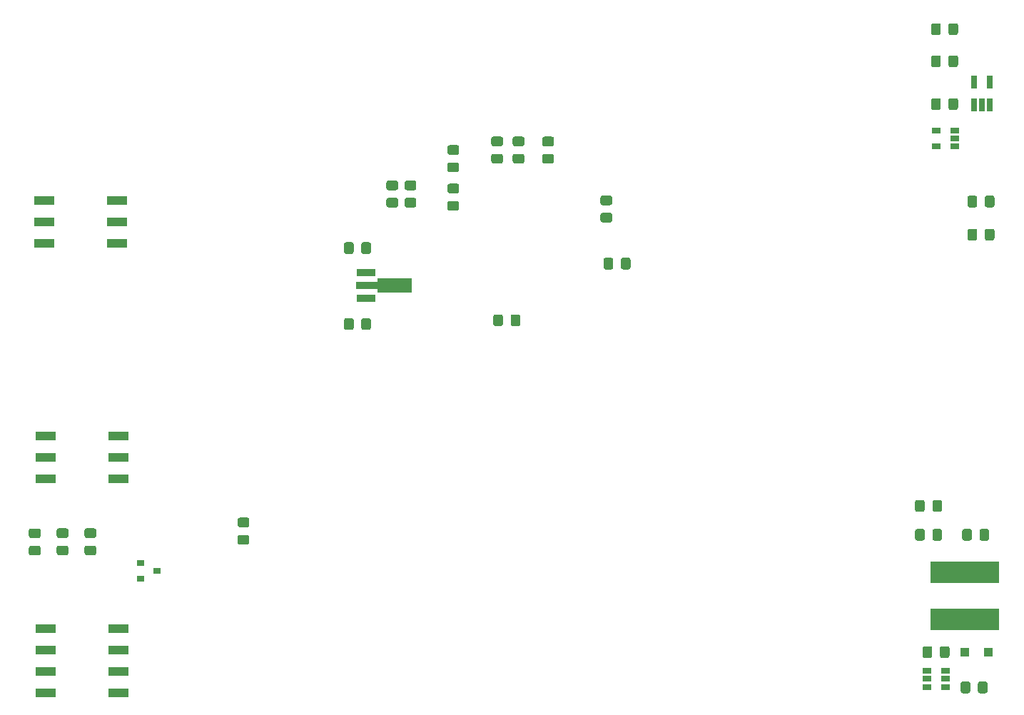
<source format=gbr>
G04 #@! TF.GenerationSoftware,KiCad,Pcbnew,5.1.6-c6e7f7d~86~ubuntu18.04.1*
G04 #@! TF.CreationDate,2020-07-20T00:11:47+01:00*
G04 #@! TF.ProjectId,ServerPSU_Breakout,53657276-6572-4505-9355-5f427265616b,rev?*
G04 #@! TF.SameCoordinates,Original*
G04 #@! TF.FileFunction,Paste,Top*
G04 #@! TF.FilePolarity,Positive*
%FSLAX46Y46*%
G04 Gerber Fmt 4.6, Leading zero omitted, Abs format (unit mm)*
G04 Created by KiCad (PCBNEW 5.1.6-c6e7f7d~86~ubuntu18.04.1) date 2020-07-20 00:11:47*
%MOMM*%
%LPD*%
G01*
G04 APERTURE LIST*
%ADD10R,2.440000X1.120000*%
%ADD11R,1.060000X0.650000*%
%ADD12R,8.200000X2.600000*%
%ADD13R,1.100000X1.100000*%
%ADD14C,0.100000*%
%ADD15R,2.300000X0.900000*%
%ADD16R,0.650000X1.560000*%
%ADD17R,0.900000X0.800000*%
G04 APERTURE END LIST*
D10*
X115049000Y-97409000D03*
X106439000Y-102489000D03*
X115049000Y-99949000D03*
X106439000Y-99949000D03*
X115049000Y-102489000D03*
X106439000Y-97409000D03*
X114922000Y-69469000D03*
X106312000Y-74549000D03*
X114922000Y-72009000D03*
X106312000Y-72009000D03*
X114922000Y-74549000D03*
X106312000Y-69469000D03*
X106439000Y-127889000D03*
X115049000Y-120269000D03*
X106439000Y-125349000D03*
X115049000Y-122809000D03*
X106439000Y-122809000D03*
X115049000Y-125349000D03*
X106439000Y-120269000D03*
X115049000Y-127889000D03*
G36*
G01*
X130371001Y-108262000D02*
X129470999Y-108262000D01*
G75*
G02*
X129221000Y-108012001I0J249999D01*
G01*
X129221000Y-107361999D01*
G75*
G02*
X129470999Y-107112000I249999J0D01*
G01*
X130371001Y-107112000D01*
G75*
G02*
X130621000Y-107361999I0J-249999D01*
G01*
X130621000Y-108012001D01*
G75*
G02*
X130371001Y-108262000I-249999J0D01*
G01*
G37*
G36*
G01*
X130371001Y-110312000D02*
X129470999Y-110312000D01*
G75*
G02*
X129221000Y-110062001I0J249999D01*
G01*
X129221000Y-109411999D01*
G75*
G02*
X129470999Y-109162000I249999J0D01*
G01*
X130371001Y-109162000D01*
G75*
G02*
X130621000Y-109411999I0J-249999D01*
G01*
X130621000Y-110062001D01*
G75*
G02*
X130371001Y-110312000I-249999J0D01*
G01*
G37*
D11*
X213240800Y-126238000D03*
X213240800Y-125288000D03*
X213240800Y-127188000D03*
X211040800Y-127188000D03*
X211040800Y-126238000D03*
X211040800Y-125288000D03*
G36*
G01*
X210751000Y-105264799D02*
X210751000Y-106164801D01*
G75*
G02*
X210501001Y-106414800I-249999J0D01*
G01*
X209850999Y-106414800D01*
G75*
G02*
X209601000Y-106164801I0J249999D01*
G01*
X209601000Y-105264799D01*
G75*
G02*
X209850999Y-105014800I249999J0D01*
G01*
X210501001Y-105014800D01*
G75*
G02*
X210751000Y-105264799I0J-249999D01*
G01*
G37*
G36*
G01*
X212801000Y-105264799D02*
X212801000Y-106164801D01*
G75*
G02*
X212551001Y-106414800I-249999J0D01*
G01*
X211900999Y-106414800D01*
G75*
G02*
X211651000Y-106164801I0J249999D01*
G01*
X211651000Y-105264799D01*
G75*
G02*
X211900999Y-105014800I249999J0D01*
G01*
X212551001Y-105014800D01*
G75*
G02*
X212801000Y-105264799I0J-249999D01*
G01*
G37*
G36*
G01*
X211651000Y-109593801D02*
X211651000Y-108693799D01*
G75*
G02*
X211900999Y-108443800I249999J0D01*
G01*
X212551001Y-108443800D01*
G75*
G02*
X212801000Y-108693799I0J-249999D01*
G01*
X212801000Y-109593801D01*
G75*
G02*
X212551001Y-109843800I-249999J0D01*
G01*
X211900999Y-109843800D01*
G75*
G02*
X211651000Y-109593801I0J249999D01*
G01*
G37*
G36*
G01*
X209601000Y-109593801D02*
X209601000Y-108693799D01*
G75*
G02*
X209850999Y-108443800I249999J0D01*
G01*
X210501001Y-108443800D01*
G75*
G02*
X210751000Y-108693799I0J-249999D01*
G01*
X210751000Y-109593801D01*
G75*
G02*
X210501001Y-109843800I-249999J0D01*
G01*
X209850999Y-109843800D01*
G75*
G02*
X209601000Y-109593801I0J249999D01*
G01*
G37*
G36*
G01*
X104705999Y-110441000D02*
X105606001Y-110441000D01*
G75*
G02*
X105856000Y-110690999I0J-249999D01*
G01*
X105856000Y-111341001D01*
G75*
G02*
X105606001Y-111591000I-249999J0D01*
G01*
X104705999Y-111591000D01*
G75*
G02*
X104456000Y-111341001I0J249999D01*
G01*
X104456000Y-110690999D01*
G75*
G02*
X104705999Y-110441000I249999J0D01*
G01*
G37*
G36*
G01*
X104705999Y-108391000D02*
X105606001Y-108391000D01*
G75*
G02*
X105856000Y-108640999I0J-249999D01*
G01*
X105856000Y-109291001D01*
G75*
G02*
X105606001Y-109541000I-249999J0D01*
G01*
X104705999Y-109541000D01*
G75*
G02*
X104456000Y-109291001I0J249999D01*
G01*
X104456000Y-108640999D01*
G75*
G02*
X104705999Y-108391000I249999J0D01*
G01*
G37*
G36*
G01*
X108007999Y-110432000D02*
X108908001Y-110432000D01*
G75*
G02*
X109158000Y-110681999I0J-249999D01*
G01*
X109158000Y-111332001D01*
G75*
G02*
X108908001Y-111582000I-249999J0D01*
G01*
X108007999Y-111582000D01*
G75*
G02*
X107758000Y-111332001I0J249999D01*
G01*
X107758000Y-110681999D01*
G75*
G02*
X108007999Y-110432000I249999J0D01*
G01*
G37*
G36*
G01*
X108007999Y-108382000D02*
X108908001Y-108382000D01*
G75*
G02*
X109158000Y-108631999I0J-249999D01*
G01*
X109158000Y-109282001D01*
G75*
G02*
X108908001Y-109532000I-249999J0D01*
G01*
X108007999Y-109532000D01*
G75*
G02*
X107758000Y-109282001I0J249999D01*
G01*
X107758000Y-108631999D01*
G75*
G02*
X108007999Y-108382000I249999J0D01*
G01*
G37*
G36*
G01*
X111309999Y-110432000D02*
X112210001Y-110432000D01*
G75*
G02*
X112460000Y-110681999I0J-249999D01*
G01*
X112460000Y-111332001D01*
G75*
G02*
X112210001Y-111582000I-249999J0D01*
G01*
X111309999Y-111582000D01*
G75*
G02*
X111060000Y-111332001I0J249999D01*
G01*
X111060000Y-110681999D01*
G75*
G02*
X111309999Y-110432000I249999J0D01*
G01*
G37*
G36*
G01*
X111309999Y-108382000D02*
X112210001Y-108382000D01*
G75*
G02*
X112460000Y-108631999I0J-249999D01*
G01*
X112460000Y-109282001D01*
G75*
G02*
X112210001Y-109532000I-249999J0D01*
G01*
X111309999Y-109532000D01*
G75*
G02*
X111060000Y-109282001I0J249999D01*
G01*
X111060000Y-108631999D01*
G75*
G02*
X111309999Y-108382000I249999J0D01*
G01*
G37*
D12*
X215519000Y-113582800D03*
X215519000Y-119182800D03*
D13*
X218316000Y-123113800D03*
X215516000Y-123113800D03*
G36*
G01*
X216339000Y-108693799D02*
X216339000Y-109593801D01*
G75*
G02*
X216089001Y-109843800I-249999J0D01*
G01*
X215438999Y-109843800D01*
G75*
G02*
X215189000Y-109593801I0J249999D01*
G01*
X215189000Y-108693799D01*
G75*
G02*
X215438999Y-108443800I249999J0D01*
G01*
X216089001Y-108443800D01*
G75*
G02*
X216339000Y-108693799I0J-249999D01*
G01*
G37*
G36*
G01*
X218389000Y-108693799D02*
X218389000Y-109593801D01*
G75*
G02*
X218139001Y-109843800I-249999J0D01*
G01*
X217488999Y-109843800D01*
G75*
G02*
X217239000Y-109593801I0J249999D01*
G01*
X217239000Y-108693799D01*
G75*
G02*
X217488999Y-108443800I249999J0D01*
G01*
X218139001Y-108443800D01*
G75*
G02*
X218389000Y-108693799I0J-249999D01*
G01*
G37*
G36*
G01*
X211640000Y-122612999D02*
X211640000Y-123513001D01*
G75*
G02*
X211390001Y-123763000I-249999J0D01*
G01*
X210739999Y-123763000D01*
G75*
G02*
X210490000Y-123513001I0J249999D01*
G01*
X210490000Y-122612999D01*
G75*
G02*
X210739999Y-122363000I249999J0D01*
G01*
X211390001Y-122363000D01*
G75*
G02*
X211640000Y-122612999I0J-249999D01*
G01*
G37*
G36*
G01*
X213690000Y-122612999D02*
X213690000Y-123513001D01*
G75*
G02*
X213440001Y-123763000I-249999J0D01*
G01*
X212789999Y-123763000D01*
G75*
G02*
X212540000Y-123513001I0J249999D01*
G01*
X212540000Y-122612999D01*
G75*
G02*
X212789999Y-122363000I249999J0D01*
G01*
X213440001Y-122363000D01*
G75*
G02*
X213690000Y-122612999I0J-249999D01*
G01*
G37*
G36*
G01*
X217061200Y-127704001D02*
X217061200Y-126803999D01*
G75*
G02*
X217311199Y-126554000I249999J0D01*
G01*
X217961201Y-126554000D01*
G75*
G02*
X218211200Y-126803999I0J-249999D01*
G01*
X218211200Y-127704001D01*
G75*
G02*
X217961201Y-127954000I-249999J0D01*
G01*
X217311199Y-127954000D01*
G75*
G02*
X217061200Y-127704001I0J249999D01*
G01*
G37*
G36*
G01*
X215011200Y-127704001D02*
X215011200Y-126803999D01*
G75*
G02*
X215261199Y-126554000I249999J0D01*
G01*
X215911201Y-126554000D01*
G75*
G02*
X216161200Y-126803999I0J-249999D01*
G01*
X216161200Y-127704001D01*
G75*
G02*
X215911201Y-127954000I-249999J0D01*
G01*
X215261199Y-127954000D01*
G75*
G02*
X215011200Y-127704001I0J249999D01*
G01*
G37*
D14*
G36*
X149921500Y-80432000D02*
G01*
X145796500Y-80432000D01*
X145796500Y-80015500D01*
X143321500Y-80015500D01*
X143321500Y-79115500D01*
X145796500Y-79115500D01*
X145796500Y-78699000D01*
X149921500Y-78699000D01*
X149921500Y-80432000D01*
G37*
D15*
X144471500Y-81065500D03*
X144471500Y-78065500D03*
D11*
X212133000Y-63053000D03*
X212133000Y-61153000D03*
X214333000Y-61153000D03*
X214333000Y-62103000D03*
X214333000Y-63053000D03*
D16*
X216601000Y-55419000D03*
X218501000Y-55419000D03*
X218501000Y-58119000D03*
X217551000Y-58119000D03*
X216601000Y-58119000D03*
G36*
G01*
X213556000Y-49599001D02*
X213556000Y-48698999D01*
G75*
G02*
X213805999Y-48449000I249999J0D01*
G01*
X214456001Y-48449000D01*
G75*
G02*
X214706000Y-48698999I0J-249999D01*
G01*
X214706000Y-49599001D01*
G75*
G02*
X214456001Y-49849000I-249999J0D01*
G01*
X213805999Y-49849000D01*
G75*
G02*
X213556000Y-49599001I0J249999D01*
G01*
G37*
G36*
G01*
X211506000Y-49599001D02*
X211506000Y-48698999D01*
G75*
G02*
X211755999Y-48449000I249999J0D01*
G01*
X212406001Y-48449000D01*
G75*
G02*
X212656000Y-48698999I0J-249999D01*
G01*
X212656000Y-49599001D01*
G75*
G02*
X212406001Y-49849000I-249999J0D01*
G01*
X211755999Y-49849000D01*
G75*
G02*
X211506000Y-49599001I0J249999D01*
G01*
G37*
G36*
G01*
X216974000Y-69145999D02*
X216974000Y-70046001D01*
G75*
G02*
X216724001Y-70296000I-249999J0D01*
G01*
X216073999Y-70296000D01*
G75*
G02*
X215824000Y-70046001I0J249999D01*
G01*
X215824000Y-69145999D01*
G75*
G02*
X216073999Y-68896000I249999J0D01*
G01*
X216724001Y-68896000D01*
G75*
G02*
X216974000Y-69145999I0J-249999D01*
G01*
G37*
G36*
G01*
X219024000Y-69145999D02*
X219024000Y-70046001D01*
G75*
G02*
X218774001Y-70296000I-249999J0D01*
G01*
X218123999Y-70296000D01*
G75*
G02*
X217874000Y-70046001I0J249999D01*
G01*
X217874000Y-69145999D01*
G75*
G02*
X218123999Y-68896000I249999J0D01*
G01*
X218774001Y-68896000D01*
G75*
G02*
X219024000Y-69145999I0J-249999D01*
G01*
G37*
G36*
G01*
X217874000Y-73983001D02*
X217874000Y-73082999D01*
G75*
G02*
X218123999Y-72833000I249999J0D01*
G01*
X218774001Y-72833000D01*
G75*
G02*
X219024000Y-73082999I0J-249999D01*
G01*
X219024000Y-73983001D01*
G75*
G02*
X218774001Y-74233000I-249999J0D01*
G01*
X218123999Y-74233000D01*
G75*
G02*
X217874000Y-73983001I0J249999D01*
G01*
G37*
G36*
G01*
X215824000Y-73983001D02*
X215824000Y-73082999D01*
G75*
G02*
X216073999Y-72833000I249999J0D01*
G01*
X216724001Y-72833000D01*
G75*
G02*
X216974000Y-73082999I0J-249999D01*
G01*
X216974000Y-73983001D01*
G75*
G02*
X216724001Y-74233000I-249999J0D01*
G01*
X216073999Y-74233000D01*
G75*
G02*
X215824000Y-73983001I0J249999D01*
G01*
G37*
G36*
G01*
X212656000Y-57588999D02*
X212656000Y-58489001D01*
G75*
G02*
X212406001Y-58739000I-249999J0D01*
G01*
X211755999Y-58739000D01*
G75*
G02*
X211506000Y-58489001I0J249999D01*
G01*
X211506000Y-57588999D01*
G75*
G02*
X211755999Y-57339000I249999J0D01*
G01*
X212406001Y-57339000D01*
G75*
G02*
X212656000Y-57588999I0J-249999D01*
G01*
G37*
G36*
G01*
X214706000Y-57588999D02*
X214706000Y-58489001D01*
G75*
G02*
X214456001Y-58739000I-249999J0D01*
G01*
X213805999Y-58739000D01*
G75*
G02*
X213556000Y-58489001I0J249999D01*
G01*
X213556000Y-57588999D01*
G75*
G02*
X213805999Y-57339000I249999J0D01*
G01*
X214456001Y-57339000D01*
G75*
G02*
X214706000Y-57588999I0J-249999D01*
G01*
G37*
G36*
G01*
X143896500Y-75570501D02*
X143896500Y-74670499D01*
G75*
G02*
X144146499Y-74420500I249999J0D01*
G01*
X144796501Y-74420500D01*
G75*
G02*
X145046500Y-74670499I0J-249999D01*
G01*
X145046500Y-75570501D01*
G75*
G02*
X144796501Y-75820500I-249999J0D01*
G01*
X144146499Y-75820500D01*
G75*
G02*
X143896500Y-75570501I0J249999D01*
G01*
G37*
G36*
G01*
X141846500Y-75570501D02*
X141846500Y-74670499D01*
G75*
G02*
X142096499Y-74420500I249999J0D01*
G01*
X142746501Y-74420500D01*
G75*
G02*
X142996500Y-74670499I0J-249999D01*
G01*
X142996500Y-75570501D01*
G75*
G02*
X142746501Y-75820500I-249999J0D01*
G01*
X142096499Y-75820500D01*
G75*
G02*
X141846500Y-75570501I0J249999D01*
G01*
G37*
G36*
G01*
X142996500Y-83687499D02*
X142996500Y-84587501D01*
G75*
G02*
X142746501Y-84837500I-249999J0D01*
G01*
X142096499Y-84837500D01*
G75*
G02*
X141846500Y-84587501I0J249999D01*
G01*
X141846500Y-83687499D01*
G75*
G02*
X142096499Y-83437500I249999J0D01*
G01*
X142746501Y-83437500D01*
G75*
G02*
X142996500Y-83687499I0J-249999D01*
G01*
G37*
G36*
G01*
X145046500Y-83687499D02*
X145046500Y-84587501D01*
G75*
G02*
X144796501Y-84837500I-249999J0D01*
G01*
X144146499Y-84837500D01*
G75*
G02*
X143896500Y-84587501I0J249999D01*
G01*
X143896500Y-83687499D01*
G75*
G02*
X144146499Y-83437500I249999J0D01*
G01*
X144796501Y-83437500D01*
G75*
G02*
X145046500Y-83687499I0J-249999D01*
G01*
G37*
G36*
G01*
X213556000Y-53409001D02*
X213556000Y-52508999D01*
G75*
G02*
X213805999Y-52259000I249999J0D01*
G01*
X214456001Y-52259000D01*
G75*
G02*
X214706000Y-52508999I0J-249999D01*
G01*
X214706000Y-53409001D01*
G75*
G02*
X214456001Y-53659000I-249999J0D01*
G01*
X213805999Y-53659000D01*
G75*
G02*
X213556000Y-53409001I0J249999D01*
G01*
G37*
G36*
G01*
X211506000Y-53409001D02*
X211506000Y-52508999D01*
G75*
G02*
X211755999Y-52259000I249999J0D01*
G01*
X212406001Y-52259000D01*
G75*
G02*
X212656000Y-52508999I0J-249999D01*
G01*
X212656000Y-53409001D01*
G75*
G02*
X212406001Y-53659000I-249999J0D01*
G01*
X211755999Y-53659000D01*
G75*
G02*
X211506000Y-53409001I0J249999D01*
G01*
G37*
G36*
G01*
X173794000Y-76511999D02*
X173794000Y-77412001D01*
G75*
G02*
X173544001Y-77662000I-249999J0D01*
G01*
X172893999Y-77662000D01*
G75*
G02*
X172644000Y-77412001I0J249999D01*
G01*
X172644000Y-76511999D01*
G75*
G02*
X172893999Y-76262000I249999J0D01*
G01*
X173544001Y-76262000D01*
G75*
G02*
X173794000Y-76511999I0J-249999D01*
G01*
G37*
G36*
G01*
X175844000Y-76511999D02*
X175844000Y-77412001D01*
G75*
G02*
X175594001Y-77662000I-249999J0D01*
G01*
X174943999Y-77662000D01*
G75*
G02*
X174694000Y-77412001I0J249999D01*
G01*
X174694000Y-76511999D01*
G75*
G02*
X174943999Y-76262000I249999J0D01*
G01*
X175594001Y-76262000D01*
G75*
G02*
X175844000Y-76511999I0J-249999D01*
G01*
G37*
D17*
X119681500Y-113411000D03*
X117681500Y-114361000D03*
X117681500Y-112461000D03*
G36*
G01*
X155263001Y-68638000D02*
X154362999Y-68638000D01*
G75*
G02*
X154113000Y-68388001I0J249999D01*
G01*
X154113000Y-67737999D01*
G75*
G02*
X154362999Y-67488000I249999J0D01*
G01*
X155263001Y-67488000D01*
G75*
G02*
X155513000Y-67737999I0J-249999D01*
G01*
X155513000Y-68388001D01*
G75*
G02*
X155263001Y-68638000I-249999J0D01*
G01*
G37*
G36*
G01*
X155263001Y-70688000D02*
X154362999Y-70688000D01*
G75*
G02*
X154113000Y-70438001I0J249999D01*
G01*
X154113000Y-69787999D01*
G75*
G02*
X154362999Y-69538000I249999J0D01*
G01*
X155263001Y-69538000D01*
G75*
G02*
X155513000Y-69787999I0J-249999D01*
G01*
X155513000Y-70438001D01*
G75*
G02*
X155263001Y-70688000I-249999J0D01*
G01*
G37*
G36*
G01*
X147123999Y-69157000D02*
X148024001Y-69157000D01*
G75*
G02*
X148274000Y-69406999I0J-249999D01*
G01*
X148274000Y-70057001D01*
G75*
G02*
X148024001Y-70307000I-249999J0D01*
G01*
X147123999Y-70307000D01*
G75*
G02*
X146874000Y-70057001I0J249999D01*
G01*
X146874000Y-69406999D01*
G75*
G02*
X147123999Y-69157000I249999J0D01*
G01*
G37*
G36*
G01*
X147123999Y-67107000D02*
X148024001Y-67107000D01*
G75*
G02*
X148274000Y-67356999I0J-249999D01*
G01*
X148274000Y-68007001D01*
G75*
G02*
X148024001Y-68257000I-249999J0D01*
G01*
X147123999Y-68257000D01*
G75*
G02*
X146874000Y-68007001I0J249999D01*
G01*
X146874000Y-67356999D01*
G75*
G02*
X147123999Y-67107000I249999J0D01*
G01*
G37*
G36*
G01*
X149282999Y-69157000D02*
X150183001Y-69157000D01*
G75*
G02*
X150433000Y-69406999I0J-249999D01*
G01*
X150433000Y-70057001D01*
G75*
G02*
X150183001Y-70307000I-249999J0D01*
G01*
X149282999Y-70307000D01*
G75*
G02*
X149033000Y-70057001I0J249999D01*
G01*
X149033000Y-69406999D01*
G75*
G02*
X149282999Y-69157000I249999J0D01*
G01*
G37*
G36*
G01*
X149282999Y-67107000D02*
X150183001Y-67107000D01*
G75*
G02*
X150433000Y-67356999I0J-249999D01*
G01*
X150433000Y-68007001D01*
G75*
G02*
X150183001Y-68257000I-249999J0D01*
G01*
X149282999Y-68257000D01*
G75*
G02*
X149033000Y-68007001I0J249999D01*
G01*
X149033000Y-67356999D01*
G75*
G02*
X149282999Y-67107000I249999J0D01*
G01*
G37*
G36*
G01*
X163010001Y-63050000D02*
X162109999Y-63050000D01*
G75*
G02*
X161860000Y-62800001I0J249999D01*
G01*
X161860000Y-62149999D01*
G75*
G02*
X162109999Y-61900000I249999J0D01*
G01*
X163010001Y-61900000D01*
G75*
G02*
X163260000Y-62149999I0J-249999D01*
G01*
X163260000Y-62800001D01*
G75*
G02*
X163010001Y-63050000I-249999J0D01*
G01*
G37*
G36*
G01*
X163010001Y-65100000D02*
X162109999Y-65100000D01*
G75*
G02*
X161860000Y-64850001I0J249999D01*
G01*
X161860000Y-64199999D01*
G75*
G02*
X162109999Y-63950000I249999J0D01*
G01*
X163010001Y-63950000D01*
G75*
G02*
X163260000Y-64199999I0J-249999D01*
G01*
X163260000Y-64850001D01*
G75*
G02*
X163010001Y-65100000I-249999J0D01*
G01*
G37*
G36*
G01*
X159569999Y-63950000D02*
X160470001Y-63950000D01*
G75*
G02*
X160720000Y-64199999I0J-249999D01*
G01*
X160720000Y-64850001D01*
G75*
G02*
X160470001Y-65100000I-249999J0D01*
G01*
X159569999Y-65100000D01*
G75*
G02*
X159320000Y-64850001I0J249999D01*
G01*
X159320000Y-64199999D01*
G75*
G02*
X159569999Y-63950000I249999J0D01*
G01*
G37*
G36*
G01*
X159569999Y-61900000D02*
X160470001Y-61900000D01*
G75*
G02*
X160720000Y-62149999I0J-249999D01*
G01*
X160720000Y-62800001D01*
G75*
G02*
X160470001Y-63050000I-249999J0D01*
G01*
X159569999Y-63050000D01*
G75*
G02*
X159320000Y-62800001I0J249999D01*
G01*
X159320000Y-62149999D01*
G75*
G02*
X159569999Y-61900000I249999J0D01*
G01*
G37*
G36*
G01*
X160713000Y-83242999D02*
X160713000Y-84143001D01*
G75*
G02*
X160463001Y-84393000I-249999J0D01*
G01*
X159812999Y-84393000D01*
G75*
G02*
X159563000Y-84143001I0J249999D01*
G01*
X159563000Y-83242999D01*
G75*
G02*
X159812999Y-82993000I249999J0D01*
G01*
X160463001Y-82993000D01*
G75*
G02*
X160713000Y-83242999I0J-249999D01*
G01*
G37*
G36*
G01*
X162763000Y-83242999D02*
X162763000Y-84143001D01*
G75*
G02*
X162513001Y-84393000I-249999J0D01*
G01*
X161862999Y-84393000D01*
G75*
G02*
X161613000Y-84143001I0J249999D01*
G01*
X161613000Y-83242999D01*
G75*
G02*
X161862999Y-82993000I249999J0D01*
G01*
X162513001Y-82993000D01*
G75*
G02*
X162763000Y-83242999I0J-249999D01*
G01*
G37*
G36*
G01*
X172523999Y-70935000D02*
X173424001Y-70935000D01*
G75*
G02*
X173674000Y-71184999I0J-249999D01*
G01*
X173674000Y-71835001D01*
G75*
G02*
X173424001Y-72085000I-249999J0D01*
G01*
X172523999Y-72085000D01*
G75*
G02*
X172274000Y-71835001I0J249999D01*
G01*
X172274000Y-71184999D01*
G75*
G02*
X172523999Y-70935000I249999J0D01*
G01*
G37*
G36*
G01*
X172523999Y-68885000D02*
X173424001Y-68885000D01*
G75*
G02*
X173674000Y-69134999I0J-249999D01*
G01*
X173674000Y-69785001D01*
G75*
G02*
X173424001Y-70035000I-249999J0D01*
G01*
X172523999Y-70035000D01*
G75*
G02*
X172274000Y-69785001I0J249999D01*
G01*
X172274000Y-69134999D01*
G75*
G02*
X172523999Y-68885000I249999J0D01*
G01*
G37*
G36*
G01*
X165615199Y-63950000D02*
X166515201Y-63950000D01*
G75*
G02*
X166765200Y-64199999I0J-249999D01*
G01*
X166765200Y-64850001D01*
G75*
G02*
X166515201Y-65100000I-249999J0D01*
G01*
X165615199Y-65100000D01*
G75*
G02*
X165365200Y-64850001I0J249999D01*
G01*
X165365200Y-64199999D01*
G75*
G02*
X165615199Y-63950000I249999J0D01*
G01*
G37*
G36*
G01*
X165615199Y-61900000D02*
X166515201Y-61900000D01*
G75*
G02*
X166765200Y-62149999I0J-249999D01*
G01*
X166765200Y-62800001D01*
G75*
G02*
X166515201Y-63050000I-249999J0D01*
G01*
X165615199Y-63050000D01*
G75*
G02*
X165365200Y-62800001I0J249999D01*
G01*
X165365200Y-62149999D01*
G75*
G02*
X165615199Y-61900000I249999J0D01*
G01*
G37*
G36*
G01*
X154362999Y-64966000D02*
X155263001Y-64966000D01*
G75*
G02*
X155513000Y-65215999I0J-249999D01*
G01*
X155513000Y-65866001D01*
G75*
G02*
X155263001Y-66116000I-249999J0D01*
G01*
X154362999Y-66116000D01*
G75*
G02*
X154113000Y-65866001I0J249999D01*
G01*
X154113000Y-65215999D01*
G75*
G02*
X154362999Y-64966000I249999J0D01*
G01*
G37*
G36*
G01*
X154362999Y-62916000D02*
X155263001Y-62916000D01*
G75*
G02*
X155513000Y-63165999I0J-249999D01*
G01*
X155513000Y-63816001D01*
G75*
G02*
X155263001Y-64066000I-249999J0D01*
G01*
X154362999Y-64066000D01*
G75*
G02*
X154113000Y-63816001I0J249999D01*
G01*
X154113000Y-63165999D01*
G75*
G02*
X154362999Y-62916000I249999J0D01*
G01*
G37*
M02*

</source>
